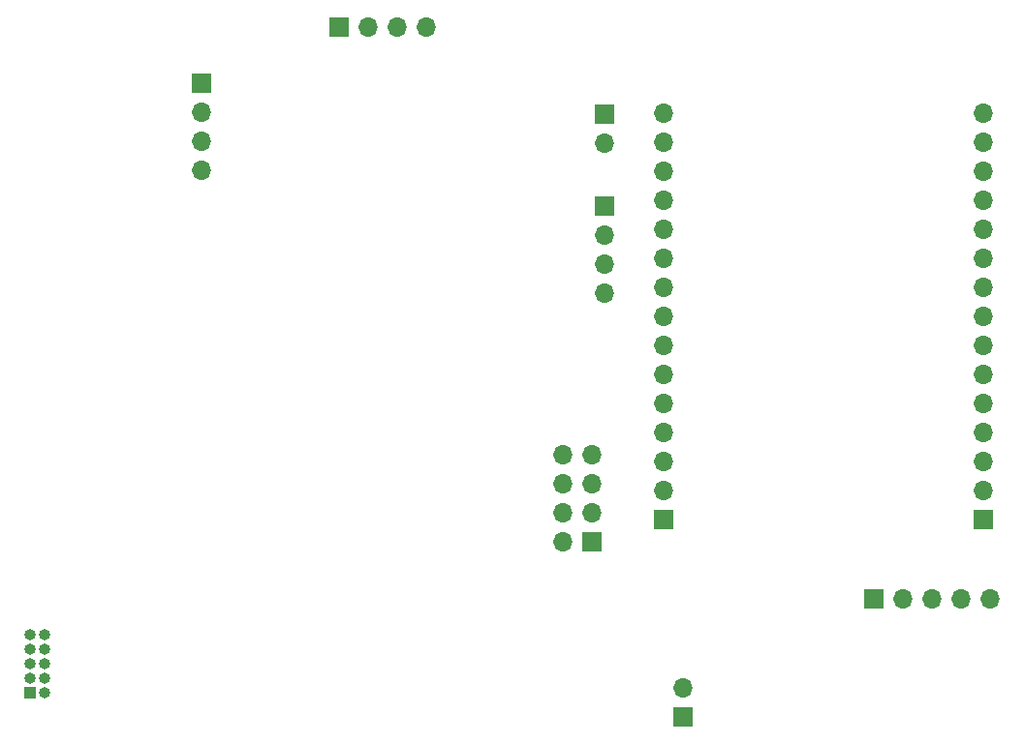
<source format=gbr>
%TF.GenerationSoftware,KiCad,Pcbnew,(5.99.0-10363-g902a2c9f58)*%
%TF.CreationDate,2021-05-11T19:12:11+02:00*%
%TF.ProjectId,Smogly1,536d6f67-6c79-4312-9e6b-696361645f70,rev?*%
%TF.SameCoordinates,Original*%
%TF.FileFunction,Soldermask,Top*%
%TF.FilePolarity,Negative*%
%FSLAX46Y46*%
G04 Gerber Fmt 4.6, Leading zero omitted, Abs format (unit mm)*
G04 Created by KiCad (PCBNEW (5.99.0-10363-g902a2c9f58)) date 2021-05-11 19:12:11*
%MOMM*%
%LPD*%
G01*
G04 APERTURE LIST*
%ADD10R,1.700000X1.700000*%
%ADD11O,1.700000X1.700000*%
%ADD12R,1.000000X1.000000*%
%ADD13O,1.000000X1.000000*%
G04 APERTURE END LIST*
D10*
%TO.C,J2*%
X197000000Y-72810000D03*
D11*
X199540000Y-72810000D03*
X202080000Y-72810000D03*
X204620000Y-72810000D03*
%TD*%
D10*
%TO.C,J1*%
X227050000Y-133125000D03*
D11*
X227050000Y-130585000D03*
%TD*%
D10*
%TO.C,J8*%
X220200000Y-88450000D03*
D11*
X220200000Y-90990000D03*
X220200000Y-93530000D03*
X220200000Y-96070000D03*
%TD*%
D10*
%TO.C,J6*%
X220200000Y-80400000D03*
D11*
X220200000Y-82940000D03*
%TD*%
D12*
%TO.C,J9*%
X169980000Y-131080000D03*
D13*
X171250000Y-131080000D03*
X169980000Y-129810000D03*
X171250000Y-129810000D03*
X169980000Y-128540000D03*
X171250000Y-128540000D03*
X169980000Y-127270000D03*
X171250000Y-127270000D03*
X169980000Y-126000000D03*
X171250000Y-126000000D03*
%TD*%
D10*
%TO.C,J10*%
X253250000Y-115920000D03*
D11*
X253250000Y-113380000D03*
X253250000Y-110840000D03*
X253250000Y-108300000D03*
X253250000Y-105760000D03*
X253250000Y-103220000D03*
X253250000Y-100680000D03*
X253250000Y-98140000D03*
X253250000Y-95600000D03*
X253250000Y-93060000D03*
X253250000Y-90520000D03*
X253250000Y-87980000D03*
X253250000Y-85440000D03*
X253250000Y-82900000D03*
X253250000Y-80360000D03*
%TD*%
D10*
%TO.C,J5*%
X219100000Y-117800000D03*
D11*
X216560000Y-117800000D03*
X219100000Y-115260000D03*
X216560000Y-115260000D03*
X219100000Y-112720000D03*
X216560000Y-112720000D03*
X219100000Y-110180000D03*
X216560000Y-110180000D03*
%TD*%
D10*
%TO.C,J11*%
X225310000Y-115920000D03*
D11*
X225310000Y-113380000D03*
X225310000Y-110840000D03*
X225310000Y-108300000D03*
X225310000Y-105760000D03*
X225310000Y-103220000D03*
X225310000Y-100680000D03*
X225310000Y-98140000D03*
X225310000Y-95600000D03*
X225310000Y-93060000D03*
X225310000Y-90520000D03*
X225310000Y-87980000D03*
X225310000Y-85440000D03*
X225310000Y-82900000D03*
X225310000Y-80360000D03*
%TD*%
D10*
%TO.C,J4*%
X243725000Y-122800000D03*
D11*
X246265000Y-122800000D03*
X248805000Y-122800000D03*
X251345000Y-122800000D03*
X253885000Y-122800000D03*
%TD*%
D10*
%TO.C,J3*%
X185000000Y-77700000D03*
D11*
X185000000Y-80240000D03*
X185000000Y-82780000D03*
X185000000Y-85320000D03*
%TD*%
M02*

</source>
